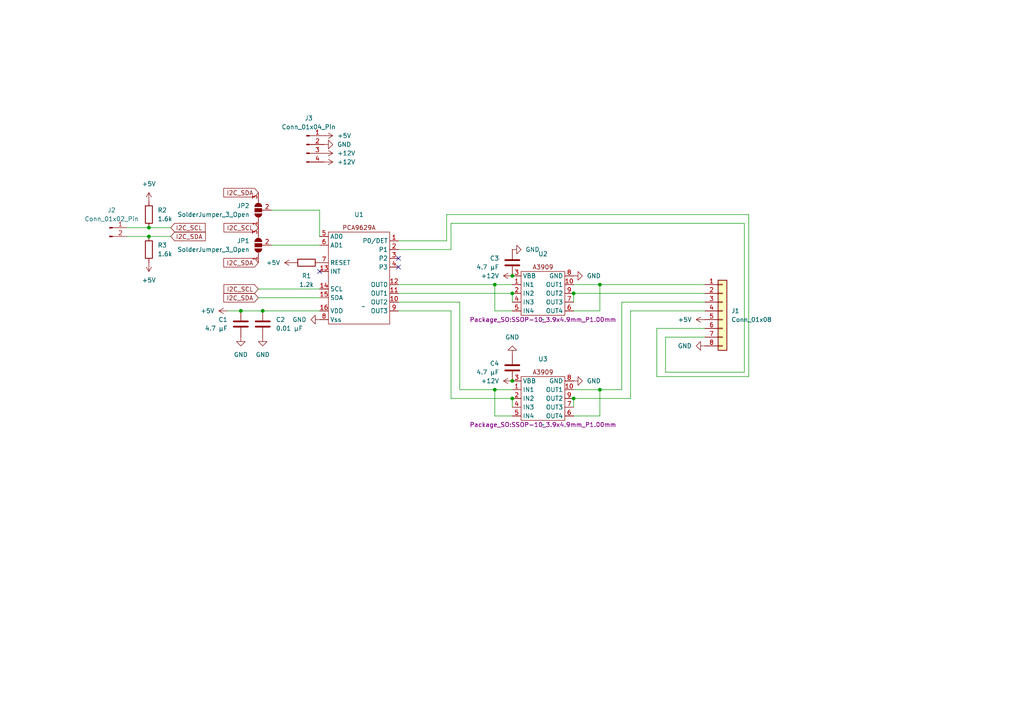
<source format=kicad_sch>
(kicad_sch (version 20231120) (generator "eeschema") (generator_version "8.0")
  (paper "A4")
  (lib_symbols
    (symbol "Connector:Conn_01x02_Pin" (pin_names (offset 1.016) hide)
      (property "Reference" "J" (at 0 2.54 0))
      (property "Value" "Conn_01x02_Pin" (at 0 -5.08 0))
      (symbol "Conn_01x02_Pin_1_1"
        (polyline (pts (xy 1.27 -2.54) (xy 0.8636 -2.54)) (stroke (width 0.1524)))
        (polyline (pts (xy 1.27 0) (xy 0.8636 0)) (stroke (width 0.1524)))
        (rectangle (start 0.8636 -2.413) (end 0 -2.667) (stroke (width 0.1524)) (fill (type outline)))
        (rectangle (start 0.8636 0.127) (end 0 -0.127) (stroke (width 0.1524)) (fill (type outline)))
        (pin passive line (at 5.08 0 180) (length 3.81) (name "Pin_1") (number "1"))
        (pin passive line (at 5.08 -2.54 180) (length 3.81) (name "Pin_2") (number "2"))
      )
    )
    (symbol "Connector:Conn_01x04_Pin" (pin_names (offset 1.016) hide)
      (property "Reference" "J" (at 0 5.08 0))
      (property "Value" "Conn_01x04_Pin" (at 0 -7.62 0))
      (symbol "Conn_01x04_Pin_1_1"
        (polyline (pts (xy 1.27 -5.08) (xy 0.8636 -5.08)) (stroke (width 0.1524)))
        (polyline (pts (xy 1.27 -2.54) (xy 0.8636 -2.54)) (stroke (width 0.1524)))
        (polyline (pts (xy 1.27 0) (xy 0.8636 0)) (stroke (width 0.1524)))
        (polyline (pts (xy 1.27 2.54) (xy 0.8636 2.54)) (stroke (width 0.1524)))
        (rectangle (start 0.8636 -4.953) (end 0 -5.207) (stroke (width 0.1524)) (fill (type outline)))
        (rectangle (start 0.8636 -2.413) (end 0 -2.667) (stroke (width 0.1524)) (fill (type outline)))
        (rectangle (start 0.8636 0.127) (end 0 -0.127) (stroke (width 0.1524)) (fill (type outline)))
        (rectangle (start 0.8636 2.667) (end 0 2.413) (stroke (width 0.1524)) (fill (type outline)))
        (pin passive line (at 5.08 2.54 180) (length 3.81) (name "Pin_1") (number "1"))
        (pin passive line (at 5.08 0 180) (length 3.81) (name "Pin_2") (number "2"))
        (pin passive line (at 5.08 -2.54 180) (length 3.81) (name "Pin_3") (number "3"))
        (pin passive line (at 5.08 -5.08 180) (length 3.81) (name "Pin_4") (number "4"))
      )
    )
    (symbol "Connector_Generic:Conn_01x08" (pin_names (offset 1.016) hide)
      (property "Reference" "J" (at 0 10.16 0))
      (property "Value" "Conn_01x08" (at 0 -12.7 0))
      (symbol "Conn_01x08_1_1"
        (rectangle (start -1.27 -10.033) (end 0 -10.287) (stroke (width 0.1524)))
        (rectangle (start -1.27 -7.493) (end 0 -7.747) (stroke (width 0.1524)))
        (rectangle (start -1.27 -4.953) (end 0 -5.207) (stroke (width 0.1524)))
        (rectangle (start -1.27 -2.413) (end 0 -2.667) (stroke (width 0.1524)))
        (rectangle (start -1.27 0.127) (end 0 -0.127) (stroke (width 0.1524)))
        (rectangle (start -1.27 2.667) (end 0 2.413) (stroke (width 0.1524)))
        (rectangle (start -1.27 5.207) (end 0 4.953) (stroke (width 0.1524)))
        (rectangle (start -1.27 7.747) (end 0 7.493) (stroke (width 0.1524)))
        (rectangle (start -1.27 8.89) (end 1.27 -11.43) (stroke (width 0.254)) (fill (type background)))
        (pin passive line (at -5.08 7.62 0) (length 3.81) (name "Pin_1") (number "1"))
        (pin passive line (at -5.08 5.08 0) (length 3.81) (name "Pin_2") (number "2"))
        (pin passive line (at -5.08 2.54 0) (length 3.81) (name "Pin_3") (number "3"))
        (pin passive line (at -5.08 0 0) (length 3.81) (name "Pin_4") (number "4"))
        (pin passive line (at -5.08 -2.54 0) (length 3.81) (name "Pin_5") (number "5"))
        (pin passive line (at -5.08 -5.08 0) (length 3.81) (name "Pin_6") (number "6"))
        (pin passive line (at -5.08 -7.62 0) (length 3.81) (name "Pin_7") (number "7"))
        (pin passive line (at -5.08 -10.16 0) (length 3.81) (name "Pin_8") (number "8"))
      )
    )
    (symbol "Device:C" (pin_numbers hide) (pin_names (offset 0.254))
      (property "Reference" "C" (at 0.635 2.54 0))
      (property "Value" "C" (at 0.635 -2.54 0))
      (symbol "C_0_1"
        (polyline (pts (xy -2.032 -0.762) (xy 2.032 -0.762)) (stroke (width 0.508)))
        (polyline (pts (xy -2.032 0.762) (xy 2.032 0.762)) (stroke (width 0.508)))
      )
      (symbol "C_1_1"
        (pin passive line (at 0 3.81 270) (length 2.794) (name "~") (number "1"))
        (pin passive line (at 0 -3.81 90) (length 2.794) (name "~") (number "2"))
      )
    )
    (symbol "Device:R" (pin_numbers hide) (pin_names (offset 0))
      (property "Reference" "R" (at 2.032 0 90))
      (property "Value" "R" (at 0 0 90))
      (symbol "R_0_1"
        (rectangle (start -1.016 -2.54) (end 1.016 2.54) (stroke (width 0.254)))
      )
      (symbol "R_1_1"
        (pin passive line (at 0 3.81 270) (length 1.27) (name "~") (number "1"))
        (pin passive line (at 0 -3.81 90) (length 1.27) (name "~") (number "2"))
      )
    )
    (symbol "Jumper:SolderJumper_3_Open" (pin_names (offset 0) hide)
      (property "Reference" "JP" (at -2.54 -2.54 0))
      (property "Value" "SolderJumper_3_Open" (at 0 2.794 0))
      (symbol "SolderJumper_3_Open_0_1"
        (arc (start -1.016 1.016) (mid -2.0276 0) (end -1.016 -1.016))
        (arc (start -1.016 1.016) (mid -2.0276 0) (end -1.016 -1.016) (fill (type outline)))
        (rectangle (start -0.508 1.016) (end 0.508 -1.016) (fill (type outline)))
        (polyline (pts (xy -2.54 0) (xy -2.032 0)))
        (polyline (pts (xy -1.016 1.016) (xy -1.016 -1.016)))
        (polyline (pts (xy 0 -1.27) (xy 0 -1.016)))
        (polyline (pts (xy 1.016 1.016) (xy 1.016 -1.016)))
        (polyline (pts (xy 2.54 0) (xy 2.032 0)))
        (arc (start 1.016 -1.016) (mid 2.0276 0) (end 1.016 1.016))
        (arc (start 1.016 -1.016) (mid 2.0276 0) (end 1.016 1.016) (fill (type outline)))
      )
      (symbol "SolderJumper_3_Open_1_1"
        (pin passive line (at -5.08 0 0) (length 2.54) (name "A") (number "1"))
        (pin passive line (at 0 -3.81 90) (length 2.54) (name "C") (number "2"))
        (pin passive line (at 5.08 0 180) (length 2.54) (name "B") (number "3"))
      )
    )
    (symbol "power:+12V" (power) (pin_names (offset 0))
      (property "Value" "+12V" (at 0 3.556 0))
      (symbol "+12V_0_1"
        (polyline (pts (xy -0.762 1.27) (xy 0 2.54)))
        (polyline (pts (xy 0 0) (xy 0 2.54)))
        (polyline (pts (xy 0 2.54) (xy 0.762 1.27)))
      )
      (symbol "+12V_1_1"
        (pin power_in line (at 0 0 90) (length 0) hide (name "+12V") (number "1"))
      )
    )
    (symbol "power:+5V" (power) (pin_names (offset 0))
      (property "Value" "+5V" (at 0 3.556 0))
      (symbol "+5V_0_1"
        (polyline (pts (xy -0.762 1.27) (xy 0 2.54)))
        (polyline (pts (xy 0 0) (xy 0 2.54)))
        (polyline (pts (xy 0 2.54) (xy 0.762 1.27)))
      )
      (symbol "+5V_1_1"
        (pin power_in line (at 0 0 90) (length 0) hide (name "+5V") (number "1"))
      )
    )
    (symbol "power:GND" (power) (pin_numbers hide) (pin_names (offset 0) hide)
      (property "Value" "GND" (at 0 -3.81 0))
      (symbol "GND_0_1"
        (polyline (pts (xy 0 0) (xy 0 -1.27) (xy 1.27 -1.27) (xy 0 -2.54) (xy -1.27 -1.27) (xy 0 -1.27)))
      )
      (symbol "GND_1_1"
        (pin power_in line (at 0 0 270) (length 0) (name "~") (number "1"))
      )
    )
    (symbol "sensors:A3909"
      (property "Reference" "U" (at 0 0 0))
      (symbol "A3909_0_1"
        (rectangle (start -6.35 13.97) (end 6.35 1.27))
      )
      (symbol "A3909_1_1"
        (text "A3909" (at 0 15.24 0) (effects (font (size 1.27 1.27))))
        (pin input line (at -8.89 10.16 0) (length 2.54) (name "IN1") (number "1"))
        (pin output line (at 8.89 10.16 180) (length 2.54) (name "OUT1") (number "10"))
        (pin input line (at -8.89 7.62 0) (length 2.54) (name "IN2") (number "2"))
        (pin power_in line (at -8.89 12.7 0) (length 2.54) (name "VBB") (number "3"))
        (pin input line (at -8.89 5.08 0) (length 2.54) (name "IN3") (number "4"))
        (pin input line (at -8.89 2.54 0) (length 2.54) (name "IN4") (number "5"))
        (pin output line (at 8.89 2.54 180) (length 2.54) (name "OUT4") (number "6"))
        (pin output line (at 8.89 5.08 180) (length 2.54) (name "OUT3") (number "7"))
        (pin power_in line (at 8.89 12.7 180) (length 2.54) (name "GND") (number "8"))
        (pin output line (at 8.89 7.62 180) (length 2.54) (name "OUT2") (number "9"))
      )
    )
    (symbol "sensors:PCA9629A"
      (property "Reference" "U" (at 0 -2.54 0))
      (symbol "PCA9629A_0_1"
        (rectangle (start -8.89 26.67) (end 8.89 0))
      )
      (symbol "PCA9629A_1_1"
        (text "PCA9629A" (at 0 27.94 0) (effects (font (size 1.27 1.27))))
        (pin bidirectional line (at 11.43 24.13 180) (length 2.54) (name "P0/DET") (number "1"))
        (pin output line (at 11.43 6.35 180) (length 2.54) (name "OUT2") (number "10"))
        (pin output line (at 11.43 8.89 180) (length 2.54) (name "OUT1") (number "11"))
        (pin output line (at 11.43 11.43 180) (length 2.54) (name "OUT0") (number "12"))
        (pin output line (at -11.43 15.24 0) (length 2.54) (name "INT") (number "13"))
        (pin input line (at -11.43 10.16 0) (length 2.54) (name "SCL") (number "14"))
        (pin bidirectional line (at -11.43 7.62 0) (length 2.54) (name "SDA") (number "15"))
        (pin power_in line (at -11.43 3.81 0) (length 2.54) (name "VDD") (number "16"))
        (pin bidirectional line (at 11.43 21.59 180) (length 2.54) (name "P1") (number "2"))
        (pin bidirectional line (at 11.43 19.05 180) (length 2.54) (name "P2") (number "3"))
        (pin bidirectional line (at 11.43 16.51 180) (length 2.54) (name "P3") (number "4"))
        (pin input line (at -11.43 25.4 0) (length 2.54) (name "AD0") (number "5"))
        (pin input line (at -11.43 22.86 0) (length 2.54) (name "AD1") (number "6"))
        (pin input line (at -11.43 17.78 0) (length 2.54) (name "RESET") (number "7"))
        (pin power_in line (at -11.43 1.27 0) (length 2.54) (name "Vss") (number "8"))
        (pin output line (at 11.43 3.81 180) (length 2.54) (name "OUT3") (number "9"))
      )
    )
  )
  (junction (at 143.51 82.55))
  (junction (at 69.85 90.17))
  (junction (at 43.18 68.58))
  (junction (at 43.18 66.04))
  (junction (at 166.37 85.09))
  (junction (at 143.51 113.03))
  (junction (at 76.2 90.17))
  (junction (at 148.59 85.09))
  (junction (at 148.59 110.49))
  (junction (at 148.59 80.01))
  (junction (at 148.59 115.57))
  (junction (at 173.99 113.03))
  (junction (at 173.99 82.55))
  (junction (at 166.37 115.57))
  (no_connect (at 115.57 77.47))
  (no_connect (at 92.71 78.74))
  (no_connect (at 115.57 74.93))
  (wire (pts (xy 143.51 113.03) (xy 148.59 113.03)))
  (wire (pts (xy 92.71 60.96) (xy 92.71 68.58)))
  (wire (pts (xy 180.34 113.03) (xy 180.34 87.63)))
  (wire (pts (xy 78.74 60.96) (xy 92.71 60.96)))
  (wire (pts (xy 193.04 107.95) (xy 215.9 107.95)))
  (wire (pts (xy 193.04 97.79) (xy 193.04 107.95)))
  (wire (pts (xy 190.5 109.22) (xy 217.17 109.22)))
  (wire (pts (xy 115.57 85.09) (xy 148.59 85.09)))
  (wire (pts (xy 193.04 97.79) (xy 204.47 97.79)))
  (wire (pts (xy 166.37 82.55) (xy 173.99 82.55)))
  (wire (pts (xy 166.37 85.09) (xy 166.37 87.63)))
  (wire (pts (xy 115.57 87.63) (xy 133.35 87.63)))
  (wire (pts (xy 130.81 90.17) (xy 130.81 115.57)))
  (wire (pts (xy 49.53 68.58) (xy 43.18 68.58)))
  (wire (pts (xy 36.83 68.58) (xy 43.18 68.58)))
  (wire (pts (xy 130.81 72.39) (xy 115.57 72.39)))
  (wire (pts (xy 182.88 115.57) (xy 166.37 115.57)))
  (wire (pts (xy 180.34 87.63) (xy 204.47 87.63)))
  (wire (pts (xy 74.93 83.82) (xy 92.71 83.82)))
  (wire (pts (xy 190.5 95.25) (xy 204.47 95.25)))
  (wire (pts (xy 43.18 66.04) (xy 36.83 66.04)))
  (wire (pts (xy 115.57 69.85) (xy 129.54 69.85)))
  (wire (pts (xy 66.04 90.17) (xy 69.85 90.17)))
  (wire (pts (xy 115.57 90.17) (xy 130.81 90.17)))
  (wire (pts (xy 130.81 115.57) (xy 148.59 115.57)))
  (wire (pts (xy 217.17 62.23) (xy 217.17 109.22)))
  (wire (pts (xy 115.57 82.55) (xy 143.51 82.55)))
  (wire (pts (xy 129.54 62.23) (xy 217.17 62.23)))
  (wire (pts (xy 148.59 120.65) (xy 143.51 120.65)))
  (wire (pts (xy 182.88 90.17) (xy 182.88 115.57)))
  (wire (pts (xy 133.35 87.63) (xy 133.35 113.03)))
  (wire (pts (xy 76.2 90.17) (xy 92.71 90.17)))
  (wire (pts (xy 143.51 90.17) (xy 148.59 90.17)))
  (wire (pts (xy 148.59 115.57) (xy 148.59 118.11)))
  (wire (pts (xy 49.53 66.04) (xy 43.18 66.04)))
  (wire (pts (xy 166.37 85.09) (xy 204.47 85.09)))
  (wire (pts (xy 148.59 85.09) (xy 148.59 87.63)))
  (wire (pts (xy 133.35 113.03) (xy 143.51 113.03)))
  (wire (pts (xy 173.99 113.03) (xy 173.99 120.65)))
  (wire (pts (xy 143.51 82.55) (xy 143.51 90.17)))
  (wire (pts (xy 78.74 71.12) (xy 92.71 71.12)))
  (wire (pts (xy 190.5 109.22) (xy 190.5 95.25)))
  (wire (pts (xy 173.99 113.03) (xy 180.34 113.03)))
  (wire (pts (xy 148.59 82.55) (xy 143.51 82.55)))
  (wire (pts (xy 129.54 69.85) (xy 129.54 62.23)))
  (wire (pts (xy 74.93 86.36) (xy 92.71 86.36)))
  (wire (pts (xy 130.81 64.77) (xy 130.81 72.39)))
  (wire (pts (xy 173.99 82.55) (xy 173.99 90.17)))
  (wire (pts (xy 166.37 120.65) (xy 173.99 120.65)))
  (wire (pts (xy 143.51 120.65) (xy 143.51 113.03)))
  (wire (pts (xy 69.85 90.17) (xy 76.2 90.17)))
  (wire (pts (xy 173.99 82.55) (xy 204.47 82.55)))
  (wire (pts (xy 130.81 64.77) (xy 215.9 64.77)))
  (wire (pts (xy 173.99 90.17) (xy 166.37 90.17)))
  (wire (pts (xy 215.9 64.77) (xy 215.9 107.95)))
  (wire (pts (xy 166.37 115.57) (xy 166.37 118.11)))
  (wire (pts (xy 166.37 113.03) (xy 173.99 113.03)))
  (wire (pts (xy 204.47 90.17) (xy 182.88 90.17)))
  (global_label "I2C_SCL" (shape input) (at 74.93 83.82 180) (property "Intersheetrefs" "${INTERSHEET_REFS}" (effects (hide yes))))
  (global_label "I2C_SDA" (shape input) (at 74.93 86.36 180) (property "Intersheetrefs" "${INTERSHEET_REFS}" (effects (hide yes))))
  (global_label "I2C_SDA" (shape input) (at 49.53 68.58 0) (property "Intersheetrefs" "${INTERSHEET_REFS}" (effects (hide yes))))
  (global_label "I2C_SDA" (shape input) (at 74.93 55.88 180) (property "Intersheetrefs" "${INTERSHEET_REFS}" (effects (hide yes))))
  (global_label "I2C_SCL" (shape input) (at 49.53 66.04 0) (property "Intersheetrefs" "${INTERSHEET_REFS}" (effects (hide yes))))
  (global_label "I2C_SCL" (shape input) (at 74.93 66.04 180) (property "Intersheetrefs" "${INTERSHEET_REFS}" (effects (hide yes))))
  (global_label "I2C_SDA" (shape input) (at 74.93 76.2 180) (property "Intersheetrefs" "${INTERSHEET_REFS}" (effects (hide yes))))
  (symbol (lib_id "Device:R") (at 43.18 62.23 180) (unit 1)
    (property "Reference" "R2" (at 45.72 60.96 0) (effects (justify right)))
    (property "Value" "1.6k" (at 45.72 63.5 0) (effects (justify right)))
    (property "Footprint" "Resistor_SMD:R_0402_1005Metric" (effects (hide yes)))
  )
  (symbol (lib_id "Jumper:SolderJumper_3_Open") (at 74.93 60.96 90) (unit 1)
    (property "Reference" "JP2" (at 72.39 59.69 90) (effects (justify left)))
    (property "Value" "SolderJumper_3_Open" (at 72.39 62.23 90) (effects (justify left)))
    (property "Footprint" "Jumper:SolderJumper-3_P1.3mm_Open_RoundedPad1.0x1.5mm_NumberLabels" (effects (hide yes)))
  )
  (symbol (lib_id "Connector:Conn_01x02_Pin") (at 31.75 66.04 0) (unit 1)
    (property "Reference" "J2" (at 32.385 60.96 0))
    (property "Value" "Conn_01x02_Pin" (at 32.385 63.5 0))
    (property "Footprint" "Connector_PinHeader_2.54mm:PinHeader_1x02_P2.54mm_Vertical" (effects (hide yes)))
  )
  (symbol (lib_id "power:+12V") (at 148.59 110.49 90) (unit 1)
    (property "Reference" "#PWR03" (effects (hide yes)))
    (property "Value" "+12V" (at 144.78 110.49 90) (effects (justify left)))
  )
  (symbol (lib_id "Device:C") (at 148.59 76.2 180) (unit 1)
    (property "Reference" "C3" (at 144.78 74.93 0) (effects (justify left)))
    (property "Value" "4.7 μF" (at 144.78 77.47 0) (effects (justify left)))
    (property "Footprint" "Capacitor_THT:CP_Radial_D5.0mm_P2.00mm" (effects (hide yes)))
  )
  (symbol (lib_id "Connector:Conn_01x04_Pin") (at 88.9 41.91 0) (unit 1)
    (property "Reference" "J3" (at 89.535 34.29 0))
    (property "Value" "Conn_01x04_Pin" (at 89.535 36.83 0))
    (property "Footprint" "Connector_PinHeader_2.54mm:PinHeader_1x04_P2.54mm_Vertical" (effects (hide yes)))
    (property "Description" "Generic connector, single row, 01x04, script generated" (effects (hide yes)))
  )
  (symbol (lib_id "Connector_Generic:Conn_01x08") (at 209.55 90.17 0) (unit 1)
    (property "Reference" "J1" (at 212.09 90.1699 0) (effects (justify left)))
    (property "Value" "Conn_01x08" (at 212.09 92.7099 0) (effects (justify left)))
    (property "Footprint" "Connector_PinHeader_2.54mm:PinHeader_1x08_P2.54mm_Vertical" (effects (hide yes)))
    (property "Description" "Generic connector, single row, 01x08, script generated (kicad-library-utils/schlib/autogen/connector/)" (effects (hide yes)))
  )
  (symbol (lib_id "power:+12V") (at 93.98 44.45 270) (unit 1)
    (property "Reference" "#PWR05" (effects (hide yes)))
    (property "Value" "+12V" (at 97.79 44.45 90) (effects (justify left)))
  )
  (symbol (lib_id "Jumper:SolderJumper_3_Open") (at 74.93 71.12 90) (unit 1)
    (property "Reference" "JP1" (at 72.39 69.85 90) (effects (justify left)))
    (property "Value" "SolderJumper_3_Open" (at 72.39 72.39 90) (effects (justify left)))
    (property "Footprint" "Jumper:SolderJumper-3_P1.3mm_Open_RoundedPad1.0x1.5mm_NumberLabels" (effects (hide yes)))
  )
  (symbol (lib_id "power:GND") (at 166.37 110.49 90) (unit 1)
    (property "Reference" "#PWR011" (effects (hide yes)))
    (property "Value" "GND" (at 170.18 110.4899 90) (effects (justify right)))
    (property "Description" "Power symbol creates a global label with name \"GND\" , ground" (effects (hide yes)))
  )
  (symbol (lib_id "power:GND") (at 93.98 41.91 90) (unit 1)
    (property "Reference" "#PWR018" (effects (hide yes)))
    (property "Value" "GND" (at 97.79 41.9099 90) (effects (justify right)))
    (property "Description" "Power symbol creates a global label with name \"GND\" , ground" (effects (hide yes)))
  )
  (symbol (lib_id "power:GND") (at 92.71 92.71 270) (unit 1)
    (property "Reference" "#PWR015" (effects (hide yes)))
    (property "Value" "GND" (at 88.9 92.7099 90) (effects (justify right)))
    (property "Description" "Power symbol creates a global label with name \"GND\" , ground" (effects (hide yes)))
  )
  (symbol (lib_id "Device:C") (at 148.59 106.68 180) (unit 1)
    (property "Reference" "C4" (at 144.78 105.41 0) (effects (justify left)))
    (property "Value" "4.7 μF" (at 144.78 107.95 0) (effects (justify left)))
    (property "Footprint" "Capacitor_THT:CP_Radial_D5.0mm_P2.00mm" (effects (hide yes)))
  )
  (symbol (lib_id "sensors:A3909") (at 157.48 123.19 0) (unit 1)
    (property "Reference" "U3" (at 157.48 104.14 0))
    (property "Value" "~" (at 157.48 123.19 0))
    (property "Footprint" "Package_SO:SSOP-10_3.9x4.9mm_P1.00mm" (at 157.48 123.19 0))
  )
  (symbol (lib_id "Device:C") (at 76.2 93.98 0) (unit 1)
    (property "Reference" "C2" (at 80.01 92.71 0) (effects (justify left)))
    (property "Value" "0.01 μF" (at 80.01 95.25 0) (effects (justify left)))
    (property "Footprint" "Capacitor_SMD:C_0402_1005Metric" (effects (hide yes)))
  )
  (symbol (lib_id "power:GND") (at 204.47 100.33 270) (unit 1)
    (property "Reference" "#PWR013" (effects (hide yes)))
    (property "Value" "GND" (at 200.66 100.3299 90) (effects (justify right)))
    (property "Description" "Power symbol creates a global label with name \"GND\" , ground" (effects (hide yes)))
  )
  (symbol (lib_id "Device:C") (at 69.85 93.98 0) (unit 1)
    (property "Reference" "C1" (at 66.04 92.71 0) (effects (justify right)))
    (property "Value" "4.7 μF" (at 66.04 95.25 0) (effects (justify right)))
    (property "Footprint" "Capacitor_SMD:C_0402_1005Metric" (effects (hide yes)))
  )
  (symbol (lib_id "power:+12V") (at 148.59 80.01 90) (unit 1)
    (property "Reference" "#PWR09" (effects (hide yes)))
    (property "Value" "+12V" (at 144.78 80.01 90) (effects (justify left)))
  )
  (symbol (lib_id "power:GND") (at 148.59 102.87 180) (unit 1)
    (property "Reference" "#PWR010" (effects (hide yes)))
    (property "Value" "GND" (at 148.59 97.79 0))
    (property "Description" "Power symbol creates a global label with name \"GND\" , ground" (effects (hide yes)))
  )
  (symbol (lib_id "sensors:A3909") (at 157.48 92.71 0) (unit 1)
    (property "Reference" "U2" (at 157.48 73.66 0))
    (property "Value" "~" (at 157.48 92.71 0))
    (property "Footprint" "Package_SO:SSOP-10_3.9x4.9mm_P1.00mm" (at 157.48 92.71 0))
  )
  (symbol (lib_id "power:GND") (at 166.37 80.01 90) (unit 1)
    (property "Reference" "#PWR012" (effects (hide yes)))
    (property "Value" "GND" (at 170.18 80.0099 90) (effects (justify right)))
    (property "Description" "Power symbol creates a global label with name \"GND\" , ground" (effects (hide yes)))
  )
  (symbol (lib_id "power:+5V") (at 43.18 76.2 180) (unit 1)
    (property "Reference" "#PWR07" (effects (hide yes)))
    (property "Value" "+5V" (at 43.18 81.28 0))
  )
  (symbol (lib_id "power:GND") (at 76.2 97.79 0) (unit 1)
    (property "Reference" "#PWR016" (effects (hide yes)))
    (property "Value" "GND" (at 76.2 102.87 0))
    (property "Description" "Power symbol creates a global label with name \"GND\" , ground" (effects (hide yes)))
  )
  (symbol (lib_id "power:+12V") (at 93.98 46.99 270) (unit 1)
    (property "Reference" "#PWR019" (effects (hide yes)))
    (property "Value" "+12V" (at 97.79 46.99 90) (effects (justify left)))
  )
  (symbol (lib_id "power:+5V") (at 204.47 92.71 90) (unit 1)
    (property "Reference" "#PWR04" (effects (hide yes)))
    (property "Value" "+5V" (at 200.66 92.71 90) (effects (justify left)))
  )
  (symbol (lib_id "Device:R") (at 43.18 72.39 180) (unit 1)
    (property "Reference" "R3" (at 45.72 71.12 0) (effects (justify right)))
    (property "Value" "1.6k" (at 45.72 73.66 0) (effects (justify right)))
    (property "Footprint" "Resistor_SMD:R_0402_1005Metric" (effects (hide yes)))
  )
  (symbol (lib_id "power:GND") (at 148.59 72.39 90) (unit 1)
    (property "Reference" "#PWR014" (effects (hide yes)))
    (property "Value" "GND" (at 152.4 72.3899 90) (effects (justify right)))
    (property "Description" "Power symbol creates a global label with name \"GND\" , ground" (effects (hide yes)))
  )
  (symbol (lib_id "sensors:PCA9629A") (at 104.14 93.98 0) (unit 1)
    (property "Reference" "U1" (at 104.14 62.23 0))
    (property "Value" "~" (at 105.41 88.9 0))
    (property "Footprint" "Package_SO:TSSOP-16_4.4x5mm_P0.65mm" (effects (hide yes)))
  )
  (symbol (lib_id "power:+5V") (at 43.18 58.42 0) (unit 1)
    (property "Reference" "#PWR08" (effects (hide yes)))
    (property "Value" "+5V" (at 43.18 53.34 0))
  )
  (symbol (lib_id "power:+5V") (at 85.09 76.2 90) (unit 1)
    (property "Reference" "#PWR02" (effects (hide yes)))
    (property "Value" "+5V" (at 81.28 76.2 90) (effects (justify left)))
  )
  (symbol (lib_id "power:GND") (at 69.85 97.79 0) (unit 1)
    (property "Reference" "#PWR017" (effects (hide yes)))
    (property "Value" "GND" (at 69.85 102.87 0))
    (property "Description" "Power symbol creates a global label with name \"GND\" , ground" (effects (hide yes)))
  )
  (symbol (lib_id "Device:R") (at 88.9 76.2 90) (unit 1)
    (property "Reference" "R1" (at 88.9 80.01 90))
    (property "Value" "1.2k" (at 88.9 82.55 90))
    (property "Footprint" "Resistor_SMD:R_0402_1005Metric" (effects (hide yes)))
  )
  (symbol (lib_id "power:+5V") (at 66.04 90.17 90) (unit 1)
    (property "Reference" "#PWR01" (effects (hide yes)))
    (property "Value" "+5V" (at 62.23 90.17 90) (effects (justify left)))
  )
  (symbol (lib_id "power:+5V") (at 93.98 39.37 270) (unit 1)
    (property "Reference" "#PWR06" (effects (hide yes)))
    (property "Value" "+5V" (at 97.79 39.37 90) (effects (justify left)))
  )
)
</source>
